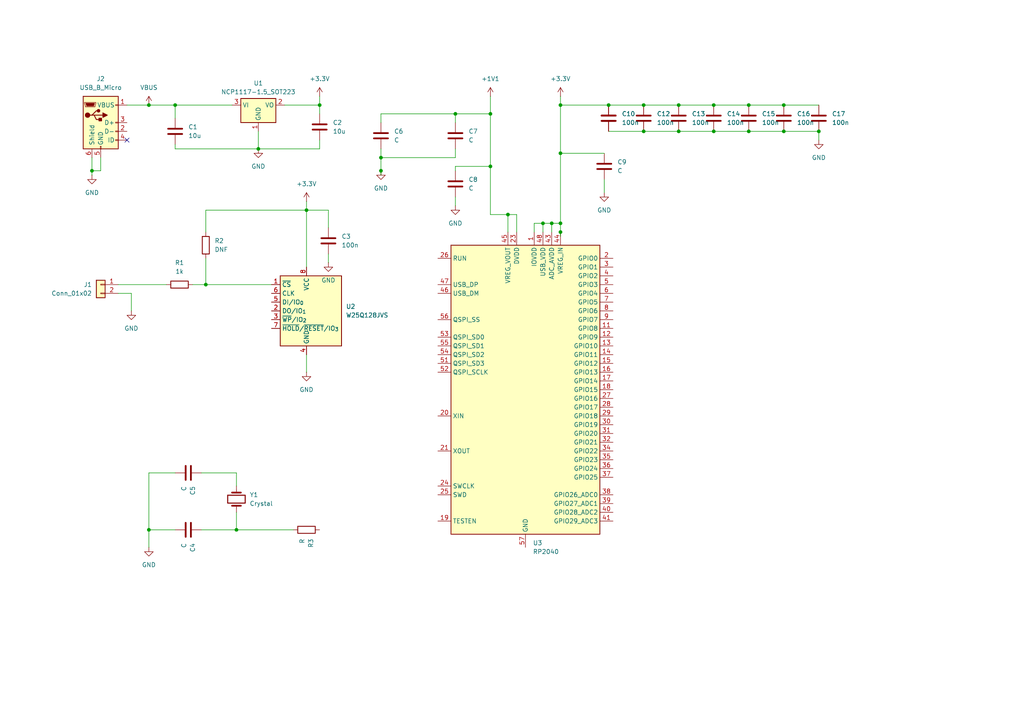
<source format=kicad_sch>
(kicad_sch (version 20250114) (generator "eeschema") (generator_version "9.0")
  (paper "A4")
  (lib_symbols
    (symbol "Connector:USB_B_Micro" (pin_names (offset 1.016))
      (property "Reference" "J" (at -5.08 11.43 0))
      (property "Value" "USB_B_Micro" (at -5.08 8.89 0))
      (symbol "USB_B_Micro_0_1"
        (rectangle (start -5.08 -7.62) (end 5.08 7.62) (stroke (width 0.254)) (fill (type background)))
        (polyline (pts (xy -4.699 5.842) (xy -4.699 5.588) (xy -4.445 4.826) (xy -4.445 4.572) (xy -1.651 4.572) (xy -1.651 4.826) (xy -1.397 5.588) (xy -1.397 5.842) (xy -4.699 5.842)))
        (polyline (pts (xy -4.318 5.588) (xy -1.778 5.588) (xy -2.032 4.826) (xy -4.064 4.826) (xy -4.318 5.588)) (fill (type outline)))
        (circle (center -3.81 2.159) (radius 0.635) (stroke (width 0.254)) (fill (type outline)))
        (polyline (pts (xy -3.175 2.159) (xy -2.54 2.159) (xy -1.27 3.429) (xy -0.635 3.429)) (stroke (width 0.254)))
        (polyline (pts (xy -2.54 2.159) (xy -1.905 2.159) (xy -1.27 0.889) (xy 0 0.889)) (stroke (width 0.254)))
        (polyline (pts (xy -1.905 2.159) (xy 0.635 2.159)) (stroke (width 0.254)))
        (circle (center -0.635 3.429) (radius 0.381) (stroke (width 0.254)) (fill (type outline)))
        (rectangle (start -0.127 -7.62) (end 0.127 -6.858))
        (rectangle (start 0.254 1.27) (end -0.508 0.508) (stroke (width 0.254)) (fill (type outline)))
        (polyline (pts (xy 0.635 2.794) (xy 0.635 1.524) (xy 1.905 2.159) (xy 0.635 2.794)) (stroke (width 0.254)) (fill (type outline)))
        (rectangle (start 5.08 4.953) (end 4.318 5.207))
        (rectangle (start 5.08 -0.127) (end 4.318 0.127))
        (rectangle (start 5.08 -2.667) (end 4.318 -2.413))
        (rectangle (start 5.08 -5.207) (end 4.318 -4.953))
      )
      (symbol "USB_B_Micro_1_1"
        (pin passive line (at -2.54 -10.16 90) (length 2.54) (name "Shield") (number "6"))
        (pin power_out line (at 0 -10.16 90) (length 2.54) (name "GND") (number "5"))
        (pin power_out line (at 7.62 5.08 180) (length 2.54) (name "VBUS") (number "1"))
        (pin bidirectional line (at 7.62 0 180) (length 2.54) (name "D+") (number "3"))
        (pin bidirectional line (at 7.62 -2.54 180) (length 2.54) (name "D-") (number "2"))
        (pin passive line (at 7.62 -5.08 180) (length 2.54) (name "ID") (number "4"))
      )
    )
    (symbol "Connector_Generic:Conn_01x02" (pin_names (offset 1.016) (hide yes))
      (property "Reference" "J" (at 0 2.54 0))
      (property "Value" "Conn_01x02" (at 0 -5.08 0))
      (symbol "Conn_01x02_1_1"
        (rectangle (start -1.27 1.27) (end 1.27 -3.81) (stroke (width 0.254)) (fill (type background)))
        (rectangle (start -1.27 0.127) (end 0 -0.127) (stroke (width 0.1524)))
        (rectangle (start -1.27 -2.413) (end 0 -2.667) (stroke (width 0.1524)))
        (pin passive line (at -5.08 0 0) (length 3.81) (name "Pin_1") (number "1"))
        (pin passive line (at -5.08 -2.54 0) (length 3.81) (name "Pin_2") (number "2"))
      )
    )
    (symbol "Device:C" (pin_numbers (hide yes)) (pin_names (offset 0.254))
      (property "Reference" "C" (at 0.635 2.54 0))
      (property "Value" "C" (at 0.635 -2.54 0))
      (symbol "C_0_1"
        (polyline (pts (xy -2.032 0.762) (xy 2.032 0.762)) (stroke (width 0.508)))
        (polyline (pts (xy -2.032 -0.762) (xy 2.032 -0.762)) (stroke (width 0.508)))
      )
      (symbol "C_1_1"
        (pin passive line (at 0 3.81 270) (length 2.794) (name "~") (number "1"))
        (pin passive line (at 0 -3.81 90) (length 2.794) (name "~") (number "2"))
      )
    )
    (symbol "Device:Crystal" (pin_numbers (hide yes)) (pin_names (offset 1.016) (hide yes))
      (property "Reference" "Y" (at 0 3.81 0))
      (property "Value" "Crystal" (at 0 -3.81 0))
      (symbol "Crystal_0_1"
        (polyline (pts (xy -2.54 0) (xy -1.905 0)))
        (polyline (pts (xy -1.905 -1.27) (xy -1.905 1.27)) (stroke (width 0.508)))
        (rectangle (start -1.143 2.54) (end 1.143 -2.54) (stroke (width 0.3048)))
        (polyline (pts (xy 1.905 -1.27) (xy 1.905 1.27)) (stroke (width 0.508)))
        (polyline (pts (xy 2.54 0) (xy 1.905 0)))
      )
      (symbol "Crystal_1_1"
        (pin passive line (at -3.81 0 0) (length 1.27) (name "1") (number "1"))
        (pin passive line (at 3.81 0 180) (length 1.27) (name "2") (number "2"))
      )
    )
    (symbol "Device:R" (pin_numbers (hide yes)) (pin_names (offset 0))
      (property "Reference" "R" (at 2.032 0 90))
      (property "Value" "R" (at 0 0 90))
      (symbol "R_0_1"
        (rectangle (start -1.016 -2.54) (end 1.016 2.54) (stroke (width 0.254)))
      )
      (symbol "R_1_1"
        (pin passive line (at 0 3.81 270) (length 1.27) (name "~") (number "1"))
        (pin passive line (at 0 -3.81 90) (length 1.27) (name "~") (number "2"))
      )
    )
    (symbol "MCU_RaspberryPi:RP2040"
      (property "Reference" "U" (at 17.78 45.72 0))
      (property "Value" "RP2040" (at 17.78 43.18 0))
      (symbol "RP2040_0_1"
        (rectangle (start -21.59 41.91) (end 21.59 -41.91) (stroke (width 0.254)) (fill (type background)))
      )
      (symbol "RP2040_1_1"
        (pin input line (at -25.4 38.1 0) (length 3.81) (name "RUN") (number "26"))
        (pin bidirectional line (at -25.4 30.48 0) (length 3.81) (name "USB_DP") (number "47"))
        (pin bidirectional line (at -25.4 27.94 0) (length 3.81) (name "USB_DM") (number "46"))
        (pin bidirectional line (at -25.4 20.32 0) (length 3.81) (name "QSPI_SS") (number "56"))
        (pin bidirectional line (at -25.4 15.24 0) (length 3.81) (name "QSPI_SD0") (number "53"))
        (pin bidirectional line (at -25.4 12.7 0) (length 3.81) (name "QSPI_SD1") (number "55"))
        (pin bidirectional line (at -25.4 10.16 0) (length 3.81) (name "QSPI_SD2") (number "54"))
        (pin bidirectional line (at -25.4 7.62 0) (length 3.81) (name "QSPI_SD3") (number "51"))
        (pin output line (at -25.4 5.08 0) (length 3.81) (name "QSPI_SCLK") (number "52"))
        (pin input line (at -25.4 -7.62 0) (length 3.81) (name "XIN") (number "20"))
        (pin passive line (at -25.4 -17.78 0) (length 3.81) (name "XOUT") (number "21"))
        (pin input line (at -25.4 -27.94 0) (length 3.81) (name "SWCLK") (number "24"))
        (pin bidirectional line (at -25.4 -30.48 0) (length 3.81) (name "SWD") (number "25"))
        (pin input line (at -25.4 -38.1 0) (length 3.81) (name "TESTEN") (number "19"))
        (pin power_out line (at -5.08 45.72 270) (length 3.81) (name "VREG_VOUT") (number "45"))
        (pin power_in line (at -2.54 45.72 270) (length 3.81) (name "DVDD") (number "23"))
        (pin passive line (at -2.54 45.72 270) (length 3.81) (hide yes) (name "DVDD") (number "50"))
        (pin power_in line (at 0 -45.72 90) (length 3.81) (name "GND") (number "57"))
        (pin power_in line (at 2.54 45.72 270) (length 3.81) (name "IOVDD") (number "1"))
        (pin passive line (at 2.54 45.72 270) (length 3.81) (hide yes) (name "IOVDD") (number "10"))
        (pin passive line (at 2.54 45.72 270) (length 3.81) (hide yes) (name "IOVDD") (number "22"))
        (pin passive line (at 2.54 45.72 270) (length 3.81) (hide yes) (name "IOVDD") (number "33"))
        (pin passive line (at 2.54 45.72 270) (length 3.81) (hide yes) (name "IOVDD") (number "42"))
        (pin passive line (at 2.54 45.72 270) (length 3.81) (hide yes) (name "IOVDD") (number "49"))
        (pin power_in line (at 5.08 45.72 270) (length 3.81) (name "USB_VDD") (number "48"))
        (pin power_in line (at 7.62 45.72 270) (length 3.81) (name "ADC_AVDD") (number "43"))
        (pin power_in line (at 10.16 45.72 270) (length 3.81) (name "VREG_IN") (number "44"))
        (pin bidirectional line (at 25.4 38.1 180) (length 3.81) (name "GPIO0") (number "2"))
        (pin bidirectional line (at 25.4 35.56 180) (length 3.81) (name "GPIO1") (number "3"))
        (pin bidirectional line (at 25.4 33.02 180) (length 3.81) (name "GPIO2") (number "4"))
        (pin bidirectional line (at 25.4 30.48 180) (length 3.81) (name "GPIO3") (number "5"))
        (pin bidirectional line (at 25.4 27.94 180) (length 3.81) (name "GPIO4") (number "6"))
        (pin bidirectional line (at 25.4 25.4 180) (length 3.81) (name "GPIO5") (number "7"))
        (pin bidirectional line (at 25.4 22.86 180) (length 3.81) (name "GPIO6") (number "8"))
        (pin bidirectional line (at 25.4 20.32 180) (length 3.81) (name "GPIO7") (number "9"))
        (pin bidirectional line (at 25.4 17.78 180) (length 3.81) (name "GPIO8") (number "11"))
        (pin bidirectional line (at 25.4 15.24 180) (length 3.81) (name "GPIO9") (number "12"))
        (pin bidirectional line (at 25.4 12.7 180) (length 3.81) (name "GPIO10") (number "13"))
        (pin bidirectional line (at 25.4 10.16 180) (length 3.81) (name "GPIO11") (number "14"))
        (pin bidirectional line (at 25.4 7.62 180) (length 3.81) (name "GPIO12") (number "15"))
        (pin bidirectional line (at 25.4 5.08 180) (length 3.81) (name "GPIO13") (number "16"))
        (pin bidirectional line (at 25.4 2.54 180) (length 3.81) (name "GPIO14") (number "17"))
        (pin bidirectional line (at 25.4 0 180) (length 3.81) (name "GPIO15") (number "18"))
        (pin bidirectional line (at 25.4 -2.54 180) (length 3.81) (name "GPIO16") (number "27"))
        (pin bidirectional line (at 25.4 -5.08 180) (length 3.81) (name "GPIO17") (number "28"))
        (pin bidirectional line (at 25.4 -7.62 180) (length 3.81) (name "GPIO18") (number "29"))
        (pin bidirectional line (at 25.4 -10.16 180) (length 3.81) (name "GPIO19") (number "30"))
        (pin bidirectional line (at 25.4 -12.7 180) (length 3.81) (name "GPIO20") (number "31"))
        (pin bidirectional line (at 25.4 -15.24 180) (length 3.81) (name "GPIO21") (number "32"))
        (pin bidirectional line (at 25.4 -17.78 180) (length 3.81) (name "GPIO22") (number "34"))
        (pin bidirectional line (at 25.4 -20.32 180) (length 3.81) (name "GPIO23") (number "35"))
        (pin bidirectional line (at 25.4 -22.86 180) (length 3.81) (name "GPIO24") (number "36"))
        (pin bidirectional line (at 25.4 -25.4 180) (length 3.81) (name "GPIO25") (number "37"))
        (pin bidirectional line (at 25.4 -30.48 180) (length 3.81) (name "GPIO26_ADC0") (number "38"))
        (pin bidirectional line (at 25.4 -33.02 180) (length 3.81) (name "GPIO27_ADC1") (number "39"))
        (pin bidirectional line (at 25.4 -35.56 180) (length 3.81) (name "GPIO28_ADC2") (number "40"))
        (pin bidirectional line (at 25.4 -38.1 180) (length 3.81) (name "GPIO29_ADC3") (number "41"))
      )
    )
    (symbol "Memory_Flash:W25Q128JVS"
      (property "Reference" "U" (at -6.35 11.43 0))
      (property "Value" "W25Q128JVS" (at 7.62 11.43 0))
      (symbol "W25Q128JVS_0_1"
        (rectangle (start -7.62 10.16) (end 10.16 -10.16) (stroke (width 0.254)) (fill (type background)))
      )
      (symbol "W25Q128JVS_1_1"
        (pin input line (at -10.16 7.62 0) (length 2.54) (name "~{CS}") (number "1"))
        (pin input line (at -10.16 5.08 0) (length 2.54) (name "CLK") (number "6"))
        (pin bidirectional line (at -10.16 2.54 0) (length 2.54) (name "DI/IO_{0}") (number "5"))
        (pin bidirectional line (at -10.16 0 0) (length 2.54) (name "DO/IO_{1}") (number "2"))
        (pin bidirectional line (at -10.16 -2.54 0) (length 2.54) (name "~{WP}/IO_{2}") (number "3"))
        (pin bidirectional line (at -10.16 -5.08 0) (length 2.54) (name "~{HOLD}/~{RESET}/IO_{3}") (number "7"))
        (pin power_in line (at 0 12.7 270) (length 2.54) (name "VCC") (number "8"))
        (pin power_in line (at 0 -12.7 90) (length 2.54) (name "GND") (number "4"))
      )
    )
    (symbol "Regulator_Linear:NCP1117-1.5_SOT223"
      (property "Reference" "U" (at -3.81 3.175 0))
      (property "Value" "NCP1117-1.5_SOT223" (at 0 3.175 0))
      (symbol "NCP1117-1.5_SOT223_0_1"
        (rectangle (start -5.08 -5.08) (end 5.08 1.905) (stroke (width 0.254)) (fill (type background)))
      )
      (symbol "NCP1117-1.5_SOT223_1_1"
        (pin power_in line (at -7.62 0 0) (length 2.54) (name "VI") (number "3"))
        (pin power_in line (at 0 -7.62 90) (length 2.54) (name "GND") (number "1"))
        (pin power_out line (at 7.62 0 180) (length 2.54) (name "VO") (number "2"))
      )
    )
    (symbol "power:+1V1" (power) (pin_numbers (hide yes)) (pin_names (offset 0) (hide yes))
      (property "Value" "+1V1" (at 0 3.556 0))
      (symbol "+1V1_0_1"
        (polyline (pts (xy -0.762 1.27) (xy 0 2.54)))
        (polyline (pts (xy 0 2.54) (xy 0.762 1.27)))
        (polyline (pts (xy 0 0) (xy 0 2.54)))
      )
      (symbol "+1V1_1_1"
        (pin power_in line (at 0 0 90) (length 0) (name "~") (number "1"))
      )
    )
    (symbol "power:+3.3V" (power) (pin_numbers (hide yes)) (pin_names (offset 0) (hide yes))
      (property "Value" "+3.3V" (at 0 3.556 0))
      (symbol "+3.3V_0_1"
        (polyline (pts (xy -0.762 1.27) (xy 0 2.54)))
        (polyline (pts (xy 0 2.54) (xy 0.762 1.27)))
        (polyline (pts (xy 0 0) (xy 0 2.54)))
      )
      (symbol "+3.3V_1_1"
        (pin power_in line (at 0 0 90) (length 0) (name "~") (number "1"))
      )
    )
    (symbol "power:GND" (power) (pin_numbers (hide yes)) (pin_names (offset 0) (hide yes))
      (property "Value" "GND" (at 0 -3.81 0))
      (symbol "GND_0_1"
        (polyline (pts (xy 0 0) (xy 0 -1.27) (xy 1.27 -1.27) (xy 0 -2.54) (xy -1.27 -1.27) (xy 0 -1.27)))
      )
      (symbol "GND_1_1"
        (pin power_in line (at 0 0 270) (length 0) (name "~") (number "1"))
      )
    )
    (symbol "power:VBUS" (power) (pin_numbers (hide yes)) (pin_names (offset 0) (hide yes))
      (property "Value" "VBUS" (at 0 3.556 0))
      (symbol "VBUS_0_1"
        (polyline (pts (xy -0.762 1.27) (xy 0 2.54)))
        (polyline (pts (xy 0 2.54) (xy 0.762 1.27)))
        (polyline (pts (xy 0 0) (xy 0 2.54)))
      )
      (symbol "VBUS_1_1"
        (pin power_in line (at 0 0 90) (length 0) (name "~") (number "1"))
      )
    )
  )
  (junction (at 157.48 64.77))
  (junction (at 59.69 82.55))
  (junction (at 186.69 30.48))
  (junction (at 92.71 30.48))
  (junction (at 217.17 30.48))
  (junction (at 74.93 43.18))
  (junction (at 162.56 44.45))
  (junction (at 227.33 30.48))
  (junction (at 160.02 64.77))
  (junction (at 142.24 48.26))
  (junction (at 43.18 30.48))
  (junction (at 110.49 45.72))
  (junction (at 186.69 38.1))
  (junction (at 26.67 49.53))
  (junction (at 88.9 60.96))
  (junction (at 196.85 38.1))
  (junction (at 162.56 67.31))
  (junction (at 132.08 33.02))
  (junction (at 217.17 38.1))
  (junction (at 50.8 30.48))
  (junction (at 196.85 30.48))
  (junction (at 110.49 49.53))
  (junction (at 207.01 30.48))
  (junction (at 176.53 30.48))
  (junction (at 207.01 38.1))
  (junction (at 68.58 153.67))
  (junction (at 162.56 64.77))
  (junction (at 43.18 153.67))
  (junction (at 147.32 62.23))
  (junction (at 237.49 38.1))
  (junction (at 227.33 38.1))
  (junction (at 142.24 33.02))
  (junction (at 162.56 30.48))
  (no_connect (at 36.83 40.64))
  (wire (pts (xy 50.8 30.48) (xy 50.8 34.29)))
  (wire (pts (xy 196.85 30.48) (xy 207.01 30.48)))
  (wire (pts (xy 175.26 52.07) (xy 175.26 55.88)))
  (wire (pts (xy 43.18 153.67) (xy 43.18 137.16)))
  (wire (pts (xy 217.17 38.1) (xy 227.33 38.1)))
  (wire (pts (xy 74.93 43.18) (xy 92.71 43.18)))
  (wire (pts (xy 43.18 30.48) (xy 50.8 30.48)))
  (wire (pts (xy 147.32 62.23) (xy 142.24 62.23)))
  (wire (pts (xy 43.18 153.67) (xy 50.8 153.67)))
  (wire (pts (xy 186.69 30.48) (xy 196.85 30.48)))
  (wire (pts (xy 176.53 30.48) (xy 186.69 30.48)))
  (wire (pts (xy 50.8 41.91) (xy 50.8 43.18)))
  (wire (pts (xy 142.24 48.26) (xy 132.08 48.26)))
  (wire (pts (xy 217.17 30.48) (xy 227.33 30.48)))
  (wire (pts (xy 160.02 64.77) (xy 160.02 67.31)))
  (wire (pts (xy 74.93 43.18) (xy 50.8 43.18)))
  (wire (pts (xy 110.49 49.53) (xy 110.49 50.8)))
  (wire (pts (xy 132.08 57.15) (xy 132.08 59.69)))
  (wire (pts (xy 29.21 45.72) (xy 29.21 49.53)))
  (wire (pts (xy 142.24 62.23) (xy 142.24 48.26)))
  (wire (pts (xy 92.71 27.94) (xy 92.71 30.48)))
  (wire (pts (xy 157.48 64.77) (xy 160.02 64.77)))
  (wire (pts (xy 34.29 85.09) (xy 38.1 85.09)))
  (wire (pts (xy 95.25 60.96) (xy 95.25 66.04)))
  (wire (pts (xy 147.32 62.23) (xy 147.32 67.31)))
  (wire (pts (xy 227.33 30.48) (xy 237.49 30.48)))
  (wire (pts (xy 43.18 137.16) (xy 50.8 137.16)))
  (wire (pts (xy 50.8 30.48) (xy 67.31 30.48)))
  (wire (pts (xy 132.08 33.02) (xy 132.08 35.56)))
  (wire (pts (xy 88.9 102.87) (xy 88.9 107.95)))
  (wire (pts (xy 110.49 45.72) (xy 110.49 49.53)))
  (wire (pts (xy 68.58 137.16) (xy 68.58 140.97)))
  (wire (pts (xy 59.69 60.96) (xy 88.9 60.96)))
  (wire (pts (xy 36.83 30.48) (xy 43.18 30.48)))
  (wire (pts (xy 43.18 158.75) (xy 43.18 153.67)))
  (wire (pts (xy 162.56 64.77) (xy 162.56 67.31)))
  (wire (pts (xy 110.49 33.02) (xy 110.49 35.56)))
  (wire (pts (xy 186.69 38.1) (xy 196.85 38.1)))
  (wire (pts (xy 207.01 30.48) (xy 217.17 30.48)))
  (wire (pts (xy 59.69 74.93) (xy 59.69 82.55)))
  (wire (pts (xy 34.29 82.55) (xy 48.26 82.55)))
  (wire (pts (xy 196.85 38.1) (xy 207.01 38.1)))
  (wire (pts (xy 162.56 30.48) (xy 176.53 30.48)))
  (wire (pts (xy 154.94 64.77) (xy 157.48 64.77)))
  (wire (pts (xy 38.1 85.09) (xy 38.1 90.17)))
  (wire (pts (xy 110.49 45.72) (xy 132.08 45.72)))
  (wire (pts (xy 132.08 33.02) (xy 110.49 33.02)))
  (wire (pts (xy 157.48 64.77) (xy 157.48 67.31)))
  (wire (pts (xy 149.86 67.31) (xy 149.86 62.23)))
  (wire (pts (xy 74.93 38.1) (xy 74.93 43.18)))
  (wire (pts (xy 110.49 43.18) (xy 110.49 45.72)))
  (wire (pts (xy 142.24 48.26) (xy 142.24 33.02)))
  (wire (pts (xy 55.88 82.55) (xy 59.69 82.55)))
  (wire (pts (xy 58.42 153.67) (xy 68.58 153.67)))
  (wire (pts (xy 162.56 30.48) (xy 162.56 44.45)))
  (wire (pts (xy 88.9 60.96) (xy 95.25 60.96)))
  (wire (pts (xy 237.49 38.1) (xy 227.33 38.1)))
  (wire (pts (xy 237.49 38.1) (xy 237.49 40.64)))
  (wire (pts (xy 95.25 73.66) (xy 95.25 76.2)))
  (wire (pts (xy 176.53 38.1) (xy 186.69 38.1)))
  (wire (pts (xy 142.24 33.02) (xy 142.24 27.94)))
  (wire (pts (xy 162.56 27.94) (xy 162.56 30.48)))
  (wire (pts (xy 26.67 49.53) (xy 26.67 50.8)))
  (wire (pts (xy 142.24 33.02) (xy 132.08 33.02)))
  (wire (pts (xy 92.71 30.48) (xy 92.71 33.02)))
  (wire (pts (xy 88.9 58.42) (xy 88.9 60.96)))
  (wire (pts (xy 162.56 44.45) (xy 162.56 64.77)))
  (wire (pts (xy 82.55 30.48) (xy 92.71 30.48)))
  (wire (pts (xy 207.01 38.1) (xy 217.17 38.1)))
  (wire (pts (xy 59.69 82.55) (xy 78.74 82.55)))
  (wire (pts (xy 59.69 67.31) (xy 59.69 60.96)))
  (wire (pts (xy 132.08 48.26) (xy 132.08 49.53)))
  (wire (pts (xy 132.08 45.72) (xy 132.08 43.18)))
  (wire (pts (xy 154.94 67.31) (xy 154.94 64.77)))
  (wire (pts (xy 26.67 45.72) (xy 26.67 49.53)))
  (wire (pts (xy 162.56 44.45) (xy 175.26 44.45)))
  (wire (pts (xy 92.71 40.64) (xy 92.71 43.18)))
  (wire (pts (xy 149.86 62.23) (xy 147.32 62.23)))
  (wire (pts (xy 68.58 148.59) (xy 68.58 153.67)))
  (wire (pts (xy 68.58 153.67) (xy 85.09 153.67)))
  (wire (pts (xy 162.56 67.31) (xy 162.56 68.58)))
  (wire (pts (xy 160.02 64.77) (xy 162.56 64.77)))
  (wire (pts (xy 58.42 137.16) (xy 68.58 137.16)))
  (wire (pts (xy 29.21 49.53) (xy 26.67 49.53)))
  (wire (pts (xy 88.9 60.96) (xy 88.9 77.47)))
  (symbol (lib_id "power:+1V1") (at 142.24 27.94 0) (unit 1)
    (property "Reference" "#PWR012" (effects (hide yes)))
    (property "Value" "+1V1" (at 142.24 22.86 0))
    (property "Description" "Power symbol creates a global label with name \"+1V1\"" (effects (hide yes)))
  )
  (symbol (lib_id "Device:C") (at 186.69 34.29 0) (unit 1)
    (property "Reference" "C12" (at 190.5 33.0199 0) (effects (justify left)))
    (property "Value" "100n" (at 190.5 35.5599 0) (effects (justify left)))
    (property "Description" "Unpolarized capacitor" (effects (hide yes)))
  )
  (symbol (lib_id "Device:C") (at 132.08 53.34 0) (unit 1)
    (property "Reference" "C8" (at 135.89 52.0699 0) (effects (justify left)))
    (property "Value" "C" (at 135.89 54.6099 0) (effects (justify left)))
    (property "Description" "Unpolarized capacitor" (effects (hide yes)))
  )
  (symbol (lib_id "Device:C") (at 132.08 39.37 0) (unit 1)
    (property "Reference" "C7" (at 135.89 38.0999 0) (effects (justify left)))
    (property "Value" "C" (at 135.89 40.6399 0) (effects (justify left)))
    (property "Description" "Unpolarized capacitor" (effects (hide yes)))
  )
  (symbol (lib_id "Device:C") (at 207.01 34.29 0) (unit 1)
    (property "Reference" "C14" (at 210.82 33.0199 0) (effects (justify left)))
    (property "Value" "100n" (at 210.82 35.5599 0) (effects (justify left)))
    (property "Description" "Unpolarized capacitor" (effects (hide yes)))
  )
  (symbol (lib_id "power:GND") (at 175.26 55.88 0) (unit 1)
    (property "Reference" "#PWR013" (effects (hide yes)))
    (property "Value" "GND" (at 175.26 60.96 0))
    (property "Description" "Power symbol creates a global label with name \"GND\" , ground" (effects (hide yes)))
  )
  (symbol (lib_id "Device:C") (at 54.61 153.67 270) (unit 1)
    (property "Reference" "C4" (at 55.8801 157.48 0) (effects (justify left)))
    (property "Value" "C" (at 53.3401 157.48 0) (effects (justify left)))
    (property "Description" "Unpolarized capacitor" (effects (hide yes)))
  )
  (symbol (lib_id "power:GND") (at 38.1 90.17 0) (unit 1)
    (property "Reference" "#PWR05" (effects (hide yes)))
    (property "Value" "GND" (at 38.1 95.25 0))
    (property "Description" "Power symbol creates a global label with name \"GND\" , ground" (effects (hide yes)))
  )
  (symbol (lib_id "Device:C") (at 196.85 34.29 0) (unit 1)
    (property "Reference" "C13" (at 200.66 33.0199 0) (effects (justify left)))
    (property "Value" "100n" (at 200.66 35.5599 0) (effects (justify left)))
    (property "Description" "Unpolarized capacitor" (effects (hide yes)))
  )
  (symbol (lib_id "Device:R") (at 59.69 71.12 0) (unit 1)
    (property "Reference" "R2" (at 62.23 69.8499 0) (effects (justify left)))
    (property "Value" "DNF" (at 62.23 72.3899 0) (effects (justify left)))
    (property "Description" "Resistor" (effects (hide yes)))
  )
  (symbol (lib_id "Device:C") (at 237.49 34.29 0) (unit 1)
    (property "Reference" "C17" (at 241.3 33.0199 0) (effects (justify left)))
    (property "Value" "100n" (at 241.3 35.5599 0) (effects (justify left)))
    (property "Description" "Unpolarized capacitor" (effects (hide yes)))
  )
  (symbol (lib_id "Connector:USB_B_Micro") (at 29.21 35.56 0) (unit 1)
    (property "Reference" "J2" (at 29.21 22.86 0))
    (property "Value" "USB_B_Micro" (at 29.21 25.4 0))
    (property "Description" "USB Micro Type B connector" (effects (hide yes)))
  )
  (symbol (lib_id "Device:C") (at 54.61 137.16 270) (unit 1)
    (property "Reference" "C5" (at 55.8801 140.97 0) (effects (justify left)))
    (property "Value" "C" (at 53.3401 140.97 0) (effects (justify left)))
    (property "Description" "Unpolarized capacitor" (effects (hide yes)))
  )
  (symbol (lib_id "Device:Crystal") (at 68.58 144.78 90) (unit 1)
    (property "Reference" "Y1" (at 72.39 143.5099 90) (effects (justify right)))
    (property "Value" "Crystal" (at 72.39 146.0499 90) (effects (justify right)))
    (property "Description" "Two pin crystal" (effects (hide yes)))
  )
  (symbol (lib_id "power:GND") (at 88.9 107.95 0) (unit 1)
    (property "Reference" "#PWR08" (effects (hide yes)))
    (property "Value" "GND" (at 88.9 113.03 0))
    (property "Description" "Power symbol creates a global label with name \"GND\" , ground" (effects (hide yes)))
  )
  (symbol (lib_id "Device:C") (at 50.8 38.1 0) (unit 1)
    (property "Reference" "C1" (at 54.61 36.8299 0) (effects (justify left)))
    (property "Value" "10u" (at 54.61 39.3699 0) (effects (justify left)))
    (property "Description" "Unpolarized capacitor" (effects (hide yes)))
  )
  (symbol (lib_id "power:GND") (at 43.18 158.75 0) (unit 1)
    (property "Reference" "#PWR09" (effects (hide yes)))
    (property "Value" "GND" (at 43.18 163.83 0))
    (property "Description" "Power symbol creates a global label with name \"GND\" , ground" (effects (hide yes)))
  )
  (symbol (lib_id "power:GND") (at 110.49 49.53 0) (unit 1)
    (property "Reference" "#PWR010" (effects (hide yes)))
    (property "Value" "GND" (at 110.49 54.61 0))
    (property "Description" "Power symbol creates a global label with name \"GND\" , ground" (effects (hide yes)))
  )
  (symbol (lib_id "power:GND") (at 26.67 50.8 0) (unit 1)
    (property "Reference" "#PWR02" (effects (hide yes)))
    (property "Value" "GND" (at 26.67 55.88 0))
    (property "Description" "Power symbol creates a global label with name \"GND\" , ground" (effects (hide yes)))
  )
  (symbol (lib_id "Device:C") (at 95.25 69.85 0) (unit 1)
    (property "Reference" "C3" (at 99.06 68.5799 0) (effects (justify left)))
    (property "Value" "100n" (at 99.06 71.1199 0) (effects (justify left)))
    (property "Description" "Unpolarized capacitor" (effects (hide yes)))
  )
  (symbol (lib_id "power:+3.3V") (at 162.56 27.94 0) (unit 1)
    (property "Reference" "#PWR014" (effects (hide yes)))
    (property "Value" "+3.3V" (at 162.56 22.86 0))
    (property "Description" "Power symbol creates a global label with name \"+3.3V\"" (effects (hide yes)))
  )
  (symbol (lib_id "Device:R") (at 52.07 82.55 270) (unit 1)
    (property "Reference" "R1" (at 52.07 76.2 90))
    (property "Value" "1k" (at 52.07 78.74 90))
    (property "Description" "Resistor" (effects (hide yes)))
  )
  (symbol (lib_id "Connector_Generic:Conn_01x02") (at 29.21 82.55 0) (mirror y) (unit 1)
    (property "Reference" "J1" (at 26.67 82.5499 0) (effects (justify left)))
    (property "Value" "Conn_01x02" (at 26.67 85.0899 0) (effects (justify left)))
    (property "Description" "Generic connector, single row, 01x02, script generated (kicad-library-utils/schlib/autogen/connector/)" (effects (hide yes)))
  )
  (symbol (lib_id "Device:C") (at 227.33 34.29 0) (unit 1)
    (property "Reference" "C16" (at 231.14 33.0199 0) (effects (justify left)))
    (property "Value" "100n" (at 231.14 35.5599 0) (effects (justify left)))
    (property "Description" "Unpolarized capacitor" (effects (hide yes)))
  )
  (symbol (lib_id "power:VBUS") (at 43.18 30.48 0) (unit 1)
    (property "Reference" "#PWR01" (effects (hide yes)))
    (property "Value" "VBUS" (at 43.18 25.4 0))
    (property "Description" "Power symbol creates a global label with name \"VBUS\"" (effects (hide yes)))
  )
  (symbol (lib_id "power:GND") (at 74.93 43.18 0) (unit 1)
    (property "Reference" "#PWR03" (effects (hide yes)))
    (property "Value" "GND" (at 74.93 48.26 0))
    (property "Description" "Power symbol creates a global label with name \"GND\" , ground" (effects (hide yes)))
  )
  (symbol (lib_id "Device:C") (at 92.71 36.83 0) (unit 1)
    (property "Reference" "C2" (at 96.52 35.5599 0) (effects (justify left)))
    (property "Value" "10u" (at 96.52 38.0999 0) (effects (justify left)))
    (property "Description" "Unpolarized capacitor" (effects (hide yes)))
  )
  (symbol (lib_id "Device:C") (at 176.53 34.29 0) (unit 1)
    (property "Reference" "C10" (at 180.34 33.0199 0) (effects (justify left)))
    (property "Value" "100n" (at 180.34 35.5599 0) (effects (justify left)))
    (property "Description" "Unpolarized capacitor" (effects (hide yes)))
  )
  (symbol (lib_id "power:+3.3V") (at 92.71 27.94 0) (unit 1)
    (property "Reference" "#PWR04" (effects (hide yes)))
    (property "Value" "+3.3V" (at 92.71 22.86 0))
    (property "Description" "Power symbol creates a global label with name \"+3.3V\"" (effects (hide yes)))
  )
  (symbol (lib_id "power:GND") (at 132.08 59.69 0) (unit 1)
    (property "Reference" "#PWR011" (effects (hide yes)))
    (property "Value" "GND" (at 132.08 64.77 0))
    (property "Description" "Power symbol creates a global label with name \"GND\" , ground" (effects (hide yes)))
  )
  (symbol (lib_id "Device:C") (at 176.53 34.29 0) (unit 1)
    (property "Reference" "C11" (effects (hide yes)))
    (property "Value" "C" (effects (hide yes)))
    (property "Description" "Unpolarized capacitor" (effects (hide yes)))
  )
  (symbol (lib_id "Device:R") (at 88.9 153.67 270) (unit 1)
    (property "Reference" "R3" (at 90.1701 156.21 0) (effects (justify left)))
    (property "Value" "R" (at 87.6301 156.21 0) (effects (justify left)))
    (property "Description" "Resistor" (effects (hide yes)))
  )
  (symbol (lib_id "MCU_RaspberryPi:RP2040") (at 152.4 113.03 0) (unit 1)
    (property "Reference" "U3" (at 154.5433 157.48 0) (effects (justify left)))
    (property "Value" "RP2040" (at 154.5433 160.02 0) (effects (justify left)))
    (property "Footprint" "Package_DFN_QFN:QFN-56-1EP_7x7mm_P0.4mm_EP3.2x3.2mm" (effects (hide yes)))
    (property "Datasheet" "https://datasheets.raspberrypi.com/rp2040/rp2040-datasheet.pdf" (effects (hide yes)))
    (property "Description" "A microcontroller by Raspberry Pi" (effects (hide yes)))
  )
  (symbol (lib_id "Memory_Flash:W25Q128JVS") (at 88.9 90.17 0) (unit 1)
    (property "Reference" "U2" (at 100.33 88.8999 0) (effects (justify left)))
    (property "Value" "W25Q128JVS" (at 100.33 91.4399 0) (effects (justify left)))
    (property "Footprint" "Package_SO:SOIC-8_5.3x5.3mm_P1.27mm" (effects (hide yes)))
    (property "Datasheet" "https://www.winbond.com/resource-files/w25q128jv_dtr%20revc%2003272018%20plus.pdf" (effects (hide yes)))
    (property "Description" "128Mbit / 16MiB Serial Flash Memory, Standard/Dual/Quad SPI, 2.7-3.6V, SOIC-8" (effects (hide yes)))
  )
  (symbol (lib_id "Regulator_Linear:NCP1117-1.5_SOT223") (at 74.93 30.48 0) (unit 1)
    (property "Reference" "U1" (at 74.93 24.13 0))
    (property "Value" "NCP1117-1.5_SOT223" (at 74.93 26.67 0))
    (property "Footprint" "Package_TO_SOT_SMD:SOT-223-3_TabPin2" (effects (hide yes)))
    (property "Datasheet" "http://www.onsemi.com/pub_link/Collateral/NCP1117-D.PDF" (effects (hide yes)))
    (property "Description" "1A Low drop-out regulator, Fixed Output 1.5V, SOT-223" (effects (hide yes)))
  )
  (symbol (lib_id "Device:C") (at 217.17 34.29 0) (unit 1)
    (property "Reference" "C15" (at 220.98 33.0199 0) (effects (justify left)))
    (property "Value" "100n" (at 220.98 35.5599 0) (effects (justify left)))
    (property "Description" "Unpolarized capacitor" (effects (hide yes)))
  )
  (symbol (lib_id "Device:C") (at 175.26 48.26 0) (unit 1)
    (property "Reference" "C9" (at 179.07 46.9899 0) (effects (justify left)))
    (property "Value" "C" (at 179.07 49.5299 0) (effects (justify left)))
    (property "Description" "Unpolarized capacitor" (effects (hide yes)))
  )
  (symbol (lib_id "Device:C") (at 110.49 39.37 0) (unit 1)
    (property "Reference" "C6" (at 114.3 38.0999 0) (effects (justify left)))
    (property "Value" "C" (at 114.3 40.6399 0) (effects (justify left)))
    (property "Description" "Unpolarized capacitor" (effects (hide yes)))
  )
  (symbol (lib_id "power:GND") (at 237.49 40.64 0) (unit 1)
    (property "Reference" "#PWR015" (effects (hide yes)))
    (property "Value" "GND" (at 237.49 45.72 0))
    (property "Description" "Power symbol creates a global label with name \"GND\" , ground" (effects (hide yes)))
  )
  (symbol (lib_id "power:+3.3V") (at 88.9 58.42 0) (unit 1)
    (property "Reference" "#PWR07" (effects (hide yes)))
    (property "Value" "+3.3V" (at 88.9 53.34 0))
    (property "Description" "Power symbol creates a global label with name \"+3.3V\"" (effects (hide yes)))
  )
  (symbol (lib_id "power:GND") (at 95.25 76.2 0) (unit 1)
    (property "Reference" "#PWR06" (effects (hide yes)))
    (property "Value" "GND" (at 95.25 81.28 0))
    (property "Description" "Power symbol creates a global label with name \"GND\" , ground" (effects (hide yes)))
  )
)
</source>
